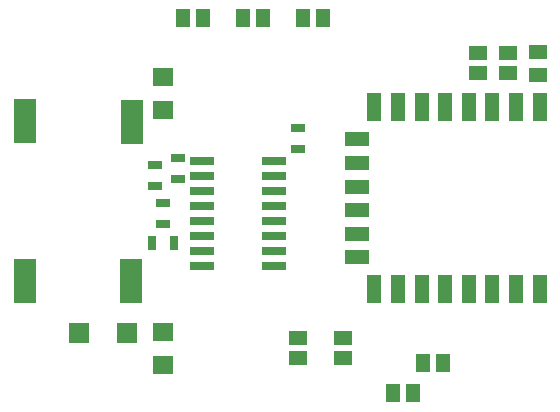
<source format=gtp>
G75*
%MOIN*%
%OFA0B0*%
%FSLAX25Y25*%
%IPPOS*%
%LPD*%
%AMOC8*
5,1,8,0,0,1.08239X$1,22.5*
%
%ADD10R,0.04724X0.09449*%
%ADD11R,0.07874X0.04724*%
%ADD12R,0.07600X0.15000*%
%ADD13R,0.07087X0.06693*%
%ADD14R,0.07098X0.06299*%
%ADD15R,0.05906X0.05118*%
%ADD16R,0.05118X0.05906*%
%ADD17R,0.08000X0.02600*%
%ADD18R,0.04724X0.03150*%
%ADD19R,0.03150X0.04724*%
D10*
X0129537Y0047169D03*
X0137412Y0047169D03*
X0145286Y0047169D03*
X0153160Y0047169D03*
X0161034Y0047169D03*
X0168908Y0047169D03*
X0176782Y0047169D03*
X0184656Y0047169D03*
X0184656Y0107799D03*
X0176782Y0107799D03*
X0168908Y0107799D03*
X0161034Y0107799D03*
X0153160Y0107799D03*
X0145286Y0107799D03*
X0137412Y0107799D03*
X0129537Y0107799D03*
D11*
X0123632Y0097169D03*
X0123632Y0089295D03*
X0123632Y0081421D03*
X0123632Y0073547D03*
X0123632Y0065673D03*
X0123632Y0057799D03*
D12*
X0048435Y0049965D03*
X0013002Y0049965D03*
X0013002Y0103114D03*
X0048632Y0102878D03*
D13*
X0030994Y0032484D03*
X0047136Y0032484D03*
D14*
X0059065Y0033083D03*
X0059065Y0021886D03*
X0059065Y0106886D03*
X0059065Y0118083D03*
D15*
X0164065Y0119138D03*
X0164065Y0125831D03*
X0174065Y0125831D03*
X0174065Y0119138D03*
X0184065Y0118744D03*
X0184065Y0126224D03*
X0119065Y0030831D03*
X0119065Y0024138D03*
X0104065Y0024138D03*
X0104065Y0030831D03*
D16*
X0135719Y0012484D03*
X0142412Y0012484D03*
X0145719Y0022484D03*
X0152412Y0022484D03*
X0112412Y0137484D03*
X0105719Y0137484D03*
X0092412Y0137484D03*
X0085719Y0137484D03*
X0072412Y0137484D03*
X0065719Y0137484D03*
D17*
X0071965Y0089984D03*
X0071965Y0084984D03*
X0071965Y0079984D03*
X0071965Y0074984D03*
X0071965Y0069984D03*
X0071965Y0064984D03*
X0071965Y0059984D03*
X0071965Y0054984D03*
X0096165Y0054984D03*
X0096165Y0059984D03*
X0096165Y0064984D03*
X0096165Y0069984D03*
X0096165Y0074984D03*
X0096165Y0079984D03*
X0096165Y0084984D03*
X0096165Y0089984D03*
D18*
X0104065Y0093941D03*
X0104065Y0101028D03*
X0064065Y0091028D03*
X0056565Y0088528D03*
X0064065Y0083941D03*
X0056565Y0081441D03*
X0059065Y0076028D03*
X0059065Y0068941D03*
D19*
X0055522Y0062484D03*
X0062608Y0062484D03*
M02*

</source>
